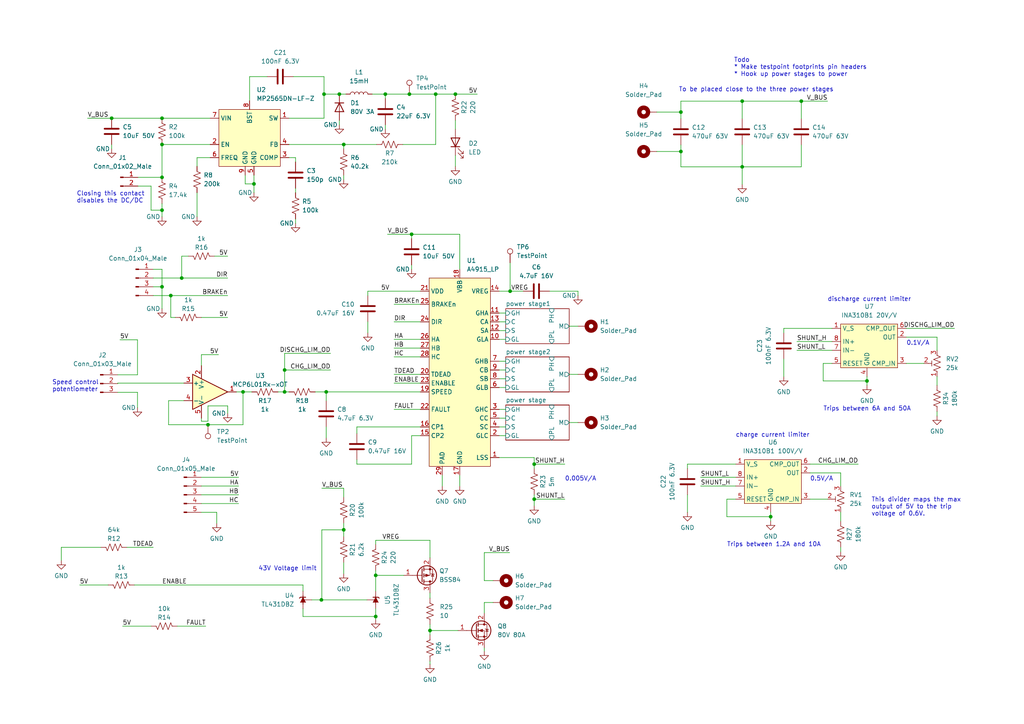
<source format=kicad_sch>
(kicad_sch (version 20211123) (generator eeschema)
  (paper "A4")
  (junction (at 108.966 166.878))
  (junction (at 223.52 149.86))
  (junction (at 99.695 153.67))
  (junction (at 49.53 85.725))
  (junction (at 132.08 27.305))
  (junction (at 232.41 29.337))
  (junction (at 215.265 48.387))
  (junction (at 197.485 32.512))
  (junction (at 111.76 27.305))
  (junction (at 46.99 83.185))
  (junction (at 82.55 107.315))
  (junction (at 93.218 173.99))
  (junction (at 70.485 113.665))
  (junction (at 46.99 34.29))
  (junction (at 98.425 27.305))
  (junction (at 119.38 67.945))
  (junction (at 52.705 80.645))
  (junction (at 215.265 29.337))
  (junction (at 94.615 113.665))
  (junction (at 197.485 43.942))
  (junction (at 251.46 110.49))
  (junction (at 93.98 27.305))
  (junction (at 46.99 51.435))
  (junction (at 124.714 182.88))
  (junction (at 126.365 27.305))
  (junction (at 147.955 84.455))
  (junction (at 46.99 60.96))
  (junction (at 32.385 34.29))
  (junction (at 118.745 27.305))
  (junction (at 108.966 178.816))
  (junction (at 82.55 113.665))
  (junction (at 60.325 123.19))
  (junction (at 99.695 41.91))
  (junction (at 154.94 134.62))
  (junction (at 154.94 144.78))
  (junction (at 73.66 53.34))
  (junction (at 46.99 41.91))
  (wire (pts (xy 114.3 88.265) (xy 121.92 88.265)))
  (wire (pts (xy 234.95 144.78) (xy 240.03 144.78)))
  (wire (pts (xy 116.84 41.91) (xy 126.365 41.91)))
  (wire (pts (xy 34.163 111.125) (xy 34.163 111.252)))
  (wire (pts (xy 144.78 109.855) (xy 146.685 109.855)))
  (wire (pts (xy 154.94 134.62) (xy 163.83 134.62)))
  (wire (pts (xy 51.435 181.61) (xy 59.69 181.61)))
  (wire (pts (xy 52.705 80.645) (xy 66.04 80.645)))
  (wire (pts (xy 72.39 29.21) (xy 72.39 22.225)))
  (wire (pts (xy 203.2 138.43) (xy 213.36 138.43)))
  (wire (pts (xy 93.345 153.67) (xy 93.345 173.99)))
  (wire (pts (xy 234.95 134.62) (xy 248.92 134.62)))
  (wire (pts (xy 46.99 78.105) (xy 46.99 83.185)))
  (wire (pts (xy 54.61 74.295) (xy 52.705 74.295)))
  (wire (pts (xy 71.12 50.8) (xy 71.12 53.34)))
  (wire (pts (xy 87.884 176.53) (xy 87.884 178.816)))
  (wire (pts (xy 114.3 118.745) (xy 121.92 118.745)))
  (wire (pts (xy 44.45 85.725) (xy 49.53 85.725)))
  (wire (pts (xy 112.395 67.945) (xy 119.38 67.945)))
  (wire (pts (xy 133.35 137.795) (xy 133.35 140.97)))
  (wire (pts (xy 73.66 53.34) (xy 73.66 55.88)))
  (wire (pts (xy 60.325 117.729) (xy 60.325 122.174)))
  (wire (pts (xy 46.99 83.185) (xy 46.99 89.535)))
  (wire (pts (xy 98.425 27.305) (xy 100.33 27.305)))
  (wire (pts (xy 215.265 48.387) (xy 232.41 48.387)))
  (wire (pts (xy 140.462 160.274) (xy 140.462 168.402)))
  (wire (pts (xy 243.84 140.97) (xy 243.84 137.16)))
  (wire (pts (xy 119.38 134.62) (xy 119.38 126.365)))
  (wire (pts (xy 39.878 108.712) (xy 39.878 98.552)))
  (wire (pts (xy 85.09 22.225) (xy 93.98 22.225)))
  (wire (pts (xy 58.42 102.87) (xy 63.373 102.87)))
  (wire (pts (xy 52.705 74.295) (xy 52.705 80.645)))
  (wire (pts (xy 215.265 42.037) (xy 215.265 48.387)))
  (wire (pts (xy 190.5 32.512) (xy 197.485 32.512)))
  (wire (pts (xy 82.55 102.489) (xy 95.885 102.489)))
  (wire (pts (xy 203.2 140.97) (xy 213.36 140.97)))
  (wire (pts (xy 231.14 101.6) (xy 241.3 101.6)))
  (wire (pts (xy 58.42 146.05) (xy 69.215 146.05)))
  (wire (pts (xy 108.966 165.481) (xy 108.966 166.878)))
  (wire (pts (xy 60.325 122.174) (xy 58.42 122.174)))
  (wire (pts (xy 243.84 148.59) (xy 243.84 151.13)))
  (wire (pts (xy 40.005 53.975) (xy 43.815 53.975)))
  (wire (pts (xy 82.55 107.315) (xy 95.885 107.315)))
  (wire (pts (xy 119.38 67.945) (xy 133.35 67.945)))
  (wire (pts (xy 147.955 76.2) (xy 147.955 84.455)))
  (wire (pts (xy 103.505 133.35) (xy 103.505 134.62)))
  (wire (pts (xy 103.505 134.62) (xy 119.38 134.62)))
  (wire (pts (xy 128.27 137.795) (xy 128.27 140.97)))
  (wire (pts (xy 32.385 41.91) (xy 32.385 43.18)))
  (wire (pts (xy 85.725 63.5) (xy 85.725 64.77)))
  (wire (pts (xy 85.725 54.61) (xy 85.725 55.88)))
  (wire (pts (xy 106.68 84.455) (xy 121.92 84.455)))
  (wire (pts (xy 111.76 27.305) (xy 118.745 27.305)))
  (wire (pts (xy 108.966 178.816) (xy 108.966 179.705)))
  (wire (pts (xy 80.645 113.665) (xy 82.55 113.665)))
  (wire (pts (xy 124.714 182.88) (xy 124.714 184.15)))
  (wire (pts (xy 165.1 108.585) (xy 167.64 108.585)))
  (wire (pts (xy 58.42 138.43) (xy 69.215 138.43)))
  (wire (pts (xy 111.76 36.195) (xy 111.76 37.465)))
  (wire (pts (xy 132.08 34.925) (xy 132.08 37.465)))
  (wire (pts (xy 62.865 148.59) (xy 62.865 151.765)))
  (wire (pts (xy 98.425 34.925) (xy 98.425 36.195)))
  (wire (pts (xy 144.78 118.745) (xy 146.685 118.745)))
  (wire (pts (xy 73.66 50.8) (xy 73.66 53.34)))
  (wire (pts (xy 106.68 85.725) (xy 106.68 84.455)))
  (wire (pts (xy 34.163 113.792) (xy 39.878 113.792)))
  (wire (pts (xy 223.52 149.86) (xy 210.82 149.86)))
  (wire (pts (xy 271.78 119.38) (xy 271.78 120.65)))
  (wire (pts (xy 48.895 116.205) (xy 48.895 123.19)))
  (wire (pts (xy 271.78 109.22) (xy 271.78 111.76)))
  (wire (pts (xy 154.94 144.78) (xy 154.94 146.685)))
  (wire (pts (xy 43.815 60.96) (xy 46.99 60.96)))
  (wire (pts (xy 119.38 69.215) (xy 119.38 67.945)))
  (wire (pts (xy 197.485 34.417) (xy 197.485 32.512)))
  (wire (pts (xy 93.345 173.99) (xy 106.426 173.99)))
  (wire (pts (xy 44.45 78.105) (xy 46.99 78.105)))
  (wire (pts (xy 232.41 29.337) (xy 240.03 29.337)))
  (wire (pts (xy 132.08 45.085) (xy 132.08 48.26)))
  (wire (pts (xy 124.714 181.102) (xy 124.714 182.88)))
  (wire (pts (xy 210.82 144.78) (xy 210.82 149.86)))
  (wire (pts (xy 262.89 105.41) (xy 267.97 105.41)))
  (wire (pts (xy 34.798 98.552) (xy 39.878 98.552)))
  (wire (pts (xy 140.462 187.96) (xy 140.462 188.849)))
  (wire (pts (xy 93.98 27.305) (xy 98.425 27.305)))
  (wire (pts (xy 262.89 97.79) (xy 271.78 97.79)))
  (wire (pts (xy 66.04 119.888) (xy 66.04 117.729)))
  (wire (pts (xy 108.966 166.878) (xy 117.094 166.878)))
  (wire (pts (xy 36.83 158.75) (xy 44.45 158.75)))
  (wire (pts (xy 57.15 55.88) (xy 57.15 62.865)))
  (wire (pts (xy 167.64 84.455) (xy 167.64 85.725)))
  (wire (pts (xy 114.3 108.585) (xy 121.92 108.585)))
  (wire (pts (xy 82.55 107.315) (xy 82.55 113.665)))
  (wire (pts (xy 108.966 156.718) (xy 108.966 157.861)))
  (wire (pts (xy 34.163 108.712) (xy 39.878 108.712)))
  (wire (pts (xy 58.42 140.97) (xy 69.215 140.97)))
  (wire (pts (xy 87.884 171.45) (xy 87.884 169.672)))
  (wire (pts (xy 197.485 48.387) (xy 215.265 48.387)))
  (wire (pts (xy 197.485 42.037) (xy 197.485 43.942)))
  (wire (pts (xy 58.42 92.075) (xy 66.04 92.075)))
  (wire (pts (xy 227.33 95.25) (xy 227.33 96.52)))
  (wire (pts (xy 144.78 112.395) (xy 146.685 112.395)))
  (wire (pts (xy 43.815 53.975) (xy 43.815 60.96)))
  (wire (pts (xy 124.714 191.77) (xy 124.714 192.659)))
  (wire (pts (xy 147.955 84.455) (xy 151.765 84.455)))
  (wire (pts (xy 144.78 123.825) (xy 146.685 123.825)))
  (wire (pts (xy 132.08 27.305) (xy 138.43 27.305)))
  (wire (pts (xy 90.424 173.99) (xy 93.218 173.99)))
  (wire (pts (xy 165.1 94.615) (xy 167.64 94.615)))
  (wire (pts (xy 215.265 29.337) (xy 232.41 29.337)))
  (wire (pts (xy 133.35 67.945) (xy 133.35 78.105)))
  (wire (pts (xy 43.815 181.61) (xy 35.56 181.61)))
  (wire (pts (xy 199.39 143.51) (xy 199.39 148.59)))
  (wire (pts (xy 99.695 151.765) (xy 99.695 153.67)))
  (wire (pts (xy 144.78 98.425) (xy 146.685 98.425)))
  (wire (pts (xy 106.68 93.345) (xy 106.68 96.52)))
  (wire (pts (xy 99.695 41.91) (xy 99.695 43.18)))
  (wire (pts (xy 71.12 53.34) (xy 73.66 53.34)))
  (wire (pts (xy 66.04 117.729) (xy 60.325 117.729)))
  (wire (pts (xy 82.55 113.665) (xy 83.82 113.665)))
  (wire (pts (xy 215.265 48.387) (xy 215.265 53.467)))
  (wire (pts (xy 44.45 80.645) (xy 52.705 80.645)))
  (wire (pts (xy 99.695 163.195) (xy 99.695 166.37)))
  (wire (pts (xy 144.78 95.885) (xy 146.685 95.885)))
  (wire (pts (xy 197.485 43.942) (xy 197.485 48.387)))
  (wire (pts (xy 83.82 45.72) (xy 85.725 45.72)))
  (wire (pts (xy 32.385 34.29) (xy 46.99 34.29)))
  (wire (pts (xy 114.3 100.965) (xy 121.92 100.965)))
  (wire (pts (xy 114.3 93.345) (xy 121.92 93.345)))
  (wire (pts (xy 108.966 166.878) (xy 108.966 171.45)))
  (wire (pts (xy 82.55 102.489) (xy 82.55 107.315)))
  (wire (pts (xy 190.5 43.942) (xy 197.485 43.942)))
  (wire (pts (xy 119.38 126.365) (xy 121.92 126.365)))
  (wire (pts (xy 58.42 121.285) (xy 58.42 122.174)))
  (wire (pts (xy 238.76 105.41) (xy 238.76 110.49)))
  (wire (pts (xy 70.485 123.19) (xy 70.485 113.665)))
  (wire (pts (xy 99.695 41.91) (xy 109.22 41.91)))
  (wire (pts (xy 144.78 104.775) (xy 146.685 104.775)))
  (wire (pts (xy 199.39 134.62) (xy 213.36 134.62)))
  (wire (pts (xy 227.33 104.14) (xy 227.33 109.22)))
  (wire (pts (xy 93.345 153.67) (xy 99.695 153.67)))
  (wire (pts (xy 108.966 176.53) (xy 108.966 178.816)))
  (wire (pts (xy 251.46 109.22) (xy 251.46 110.49)))
  (wire (pts (xy 68.58 113.665) (xy 70.485 113.665)))
  (wire (pts (xy 144.78 90.805) (xy 146.685 90.805)))
  (wire (pts (xy 121.92 123.825) (xy 103.505 123.825)))
  (wire (pts (xy 85.725 45.72) (xy 85.725 46.99)))
  (wire (pts (xy 50.8 92.075) (xy 49.53 92.075)))
  (wire (pts (xy 94.615 113.665) (xy 94.615 116.205)))
  (wire (pts (xy 234.95 137.16) (xy 243.84 137.16)))
  (wire (pts (xy 262.89 95.25) (xy 276.86 95.25)))
  (wire (pts (xy 29.21 158.75) (xy 17.78 158.75)))
  (wire (pts (xy 144.78 84.455) (xy 147.955 84.455)))
  (wire (pts (xy 124.714 171.958) (xy 124.714 173.482)))
  (wire (pts (xy 25.4 34.29) (xy 32.385 34.29)))
  (wire (pts (xy 124.714 156.718) (xy 124.714 161.798)))
  (wire (pts (xy 103.505 123.825) (xy 103.505 125.73)))
  (wire (pts (xy 251.46 110.49) (xy 251.46 111.76)))
  (wire (pts (xy 232.41 48.387) (xy 232.41 42.037)))
  (wire (pts (xy 48.895 123.19) (xy 60.325 123.19)))
  (wire (pts (xy 93.98 22.225) (xy 93.98 27.305)))
  (wire (pts (xy 241.3 105.41) (xy 238.76 105.41)))
  (wire (pts (xy 107.95 27.305) (xy 111.76 27.305)))
  (wire (pts (xy 227.33 95.25) (xy 241.3 95.25)))
  (wire (pts (xy 94.615 123.825) (xy 94.615 127)))
  (wire (pts (xy 111.76 27.305) (xy 111.76 28.575)))
  (wire (pts (xy 114.3 111.125) (xy 121.92 111.125)))
  (wire (pts (xy 114.3 98.425) (xy 121.92 98.425)))
  (wire (pts (xy 154.94 143.51) (xy 154.94 144.78)))
  (wire (pts (xy 140.462 177.8) (xy 140.462 174.752)))
  (wire (pts (xy 154.94 134.62) (xy 154.94 135.89)))
  (wire (pts (xy 143.002 168.402) (xy 140.462 168.402)))
  (wire (pts (xy 154.94 144.78) (xy 163.83 144.78)))
  (wire (pts (xy 231.14 99.06) (xy 241.3 99.06)))
  (wire (pts (xy 159.385 84.455) (xy 167.64 84.455)))
  (wire (pts (xy 46.99 60.96) (xy 46.99 62.865)))
  (wire (pts (xy 57.15 48.26) (xy 57.15 45.72)))
  (wire (pts (xy 140.462 174.752) (xy 143.002 174.752)))
  (wire (pts (xy 83.82 41.91) (xy 99.695 41.91)))
  (wire (pts (xy 46.99 59.055) (xy 46.99 60.96)))
  (wire (pts (xy 49.53 85.725) (xy 66.04 85.725)))
  (wire (pts (xy 72.39 22.225) (xy 77.47 22.225)))
  (wire (pts (xy 38.989 169.672) (xy 87.884 169.672)))
  (wire (pts (xy 197.485 29.337) (xy 215.265 29.337)))
  (wire (pts (xy 99.695 153.67) (xy 99.695 155.575)))
  (wire (pts (xy 108.966 156.718) (xy 124.714 156.718)))
  (wire (pts (xy 215.265 29.337) (xy 215.265 34.417)))
  (wire (pts (xy 197.485 32.512) (xy 197.485 29.337)))
  (wire (pts (xy 17.78 158.75) (xy 17.78 162.56)))
  (wire (pts (xy 31.369 169.672) (xy 23.114 169.672)))
  (wire (pts (xy 57.15 45.72) (xy 60.96 45.72)))
  (wire (pts (xy 144.78 126.365) (xy 146.685 126.365)))
  (wire (pts (xy 58.42 143.51) (xy 69.215 143.51)))
  (wire (pts (xy 49.53 92.075) (xy 49.53 85.725)))
  (wire (pts (xy 165.1 122.555) (xy 167.64 122.555)))
  (wire (pts (xy 223.52 148.59) (xy 223.52 149.86)))
  (wire (pts (xy 144.78 121.285) (xy 146.685 121.285)))
  (wire (pts (xy 126.365 41.91) (xy 126.365 27.305)))
  (wire (pts (xy 46.99 34.29) (xy 60.96 34.29)))
  (wire (pts (xy 124.714 182.88) (xy 132.842 182.88)))
  (wire (pts (xy 213.36 144.78) (xy 210.82 144.78)))
  (wire (pts (xy 144.78 107.315) (xy 146.685 107.315)))
  (wire (pts (xy 144.78 132.715) (xy 154.94 132.715)))
  (wire (pts (xy 62.23 74.295) (xy 66.04 74.295)))
  (wire (pts (xy 99.695 144.145) (xy 99.695 141.605)))
  (wire (pts (xy 154.94 132.715) (xy 154.94 134.62)))
  (wire (pts (xy 91.44 113.665) (xy 94.615 113.665)))
  (wire (pts (xy 119.38 76.835) (xy 119.38 78.105)))
  (wire (pts (xy 99.695 50.8) (xy 99.695 52.07)))
  (wire (pts (xy 83.82 34.29) (xy 93.98 34.29)))
  (wire (pts (xy 121.92 113.665) (xy 94.615 113.665)))
  (wire (pts (xy 223.52 149.86) (xy 223.52 151.13)))
  (wire (pts (xy 243.84 158.75) (xy 243.84 160.02)))
  (wire (pts (xy 58.42 148.59) (xy 62.865 148.59)))
  (wire (pts (xy 93.345 141.605) (xy 99.695 141.605)))
  (wire (pts (xy 60.325 123.19) (xy 70.485 123.19)))
  (wire (pts (xy 271.78 101.6) (xy 271.78 97.79)))
  (wire (pts (xy 70.485 113.665) (xy 73.025 113.665)))
  (wire (pts (xy 118.745 27.305) (xy 126.365 27.305)))
  (wire (pts (xy 144.78 93.345) (xy 146.685 93.345)))
  (wire (pts (xy 39.878 113.792) (xy 39.878 118.237)))
  (wire (pts (xy 114.3 103.505) (xy 121.92 103.505)))
  (wire (pts (xy 58.42 106.045) (xy 58.42 102.87)))
  (wire (pts (xy 40.005 51.435) (xy 46.99 51.435)))
  (wire (pts (xy 46.99 51.435) (xy 46.99 41.91)))
  (wire (pts (xy 232.41 29.337) (xy 232.41 34.417)))
  (wire (pts (xy 44.45 83.185) (xy 46.99 83.185)))
  (wire (pts (xy 53.34 111.125) (xy 34.163 111.125)))
  (wire (pts (xy 93.98 27.305) (xy 93.98 34.29)))
  (wire (pts (xy 87.884 178.816) (xy 108.966 178.816)))
  (wire (pts (xy 46.99 41.91) (xy 60.96 41.91)))
  (wire (pts (xy 199.39 134.62) (xy 199.39 135.89)))
  (wire (pts (xy 126.365 27.305) (xy 132.08 27.305)))
  (wire (pts (xy 140.462 160.274) (xy 147.828 160.274)))
  (wire (pts (xy 251.46 110.49) (xy 238.76 110.49)))
  (wire (pts (xy 53.34 116.205) (xy 48.895 116.205)))
  (text "43V Voltage limit" (at 74.93 165.735 0) (effects (font (size 1.27 1.27)) (justify left bottom)))
  (text "Trips between 6A and 50A" (at 238.76 119.38 0) (effects (font (size 1.27 1.27)) (justify left bottom)))
  (text "0.1V/A" (at 262.89 100.33 0) (effects (font (size 1.27 1.27)) (justify left bottom)))
  (text "charge current limiter" (at 213.36 127 0) (effects (font (size 1.27 1.27)) (justify left bottom)))
  (text "0.005V/A" (at 163.83 139.7 0) (effects (font (size 1.27 1.27)) (justify left bottom)))
  (text "0.5V/A" (at 234.95 139.7 0) (effects (font (size 1.27 1.27)) (justify left bottom)))
  (text "To be placed close to the three power stages" (at 196.85 26.797 0) (effects (font (size 1.27 1.27)) (justify left bottom)))
  (text "Speed control\npotentiometer" (at 15.113 113.792 0) (effects (font (size 1.27 1.27)) (justify left bottom)))
  (text "Trips between 1.2A and 10A" (at 210.82 158.75 0) (effects (font (size 1.27 1.27)) (justify left bottom)))
  (text "Closing this contact \ndisables the DC/DC" (at 22.225 59.055 0) (effects (font (size 1.27 1.27)) (justify left bottom)))
  (text "This divider maps the max\noutput of 5V to the trip\nvoltage of 0.6V." (at 252.73 149.86 0) (effects (font (size 1.27 1.27)) (justify left bottom)))
  (text "Todo\n* Make testpoint footprints pin headers\n* Hook up power stages to power" (at 212.852 22.352 0) (effects (font (size 1.27 1.27)) (justify left bottom)))
  (text "discharge current limiter" (at 240.03 87.63 0) (effects (font (size 1.27 1.27)) (justify left bottom)))
  (label "SHUNT_L" (at 203.2 138.43 0))
  (label "DIR" (at 66.04 80.645 180))
  (label "HB" (at 114.3 100.965 0))
  (label "5V" (at 23.114 169.672 0))
  (label "5V" (at 138.43 27.305 180))
  (label "TDEAD" (at 44.45 158.75 180))
  (label "5V" (at 66.04 92.075 180))
  (label "DISCHG_LIM_OD" (at 276.86 95.25 180))
  (label "FAULT" (at 114.3 118.745 0))
  (label "VREG" (at 115.824 156.718 180))
  (label "HB" (at 69.215 143.51 180))
  (label "SHUNT_H" (at 231.14 99.06 0))
  (label "5V" (at 63.373 102.87 180))
  (label "SHUNT_H" (at 163.83 134.62 180))
  (label "SHUNT_L" (at 231.14 101.6 0))
  (label "ENABLE" (at 114.3 111.125 0))
  (label "V_BUS" (at 93.345 141.605 0))
  (label "CHG_LIM_OD" (at 95.885 107.315 180))
  (label "DIR" (at 114.3 93.345 0))
  (label "DISCHG_LIM_OD" (at 95.885 102.489 180))
  (label "BRAKEn" (at 66.04 85.725 180))
  (label "5V" (at 34.798 98.552 0))
  (label "FAULT" (at 59.69 181.61 180))
  (label "BRAKEn" (at 114.3 88.265 0))
  (label "SHUNT_H" (at 203.2 140.97 0))
  (label "V_BUS" (at 240.03 29.337 180))
  (label "HA" (at 114.3 98.425 0))
  (label "5V" (at 35.56 181.61 0))
  (label "SHUNT_L" (at 163.83 144.78 180))
  (label "VREG" (at 148.209 84.455 0))
  (label "HA" (at 69.215 140.97 180))
  (label "V_BUS" (at 112.395 67.945 0))
  (label "HC" (at 69.215 146.05 180))
  (label "V_BUS" (at 147.828 160.274 180))
  (label "ENABLE" (at 54.229 169.672 180))
  (label "5V" (at 110.49 84.455 0))
  (label "5V" (at 66.04 74.295 180))
  (label "5V" (at 69.215 138.43 180))
  (label "V_BUS" (at 25.4 34.29 0))
  (label "CHG_LIM_OD" (at 248.92 134.62 180))
  (label "TDEAD" (at 114.3 108.585 0))
  (label "HC" (at 114.3 103.505 0))
  (symbol (lib_id "power:GND") (at 111.76 37.465 0) (unit 1)
    (property "Reference" "#PWR0106" (effects hide))
    (property "Value" "GND" (at 109.22 37.465 0))
  )
  (symbol (lib_id "Device:C") (at 215.265 38.227 0) (unit 1)
    (property "Reference" "C13" (at 218.44 36.9569 0) (effects (justify left)))
    (property "Value" "470uF 63V" (at 218.44 39.4969 0) (effects (justify left)))
    (property "Footprint" "Capacitor_THT:C_Radial_D12.5mm_H25.0mm_P5.00mm" (effects hide))
    (property "MFR" "KEMET" (effects hide))
    (property "MPN" "ESK477M063AL4EA" (effects hide))
    (property "Vendor1" "Digikey" (effects hide))
    (property "VPN1" "399-6658-1-ND" (effects hide))
  )
  (symbol (lib_id "Mechanical:MountingHole_Pad") (at 145.542 168.402 270) (unit 1)
    (property "Reference" "H6" (at 149.352 167.1319 90) (effects (justify left)))
    (property "Value" "Solder_Pad" (at 149.352 169.6719 90) (effects (justify left)))
    (property "Footprint" "TestPoint:TestPoint_Plated_Hole_D3.0mm" (effects hide))
  )
  (symbol (lib_id "Device:R_US") (at 76.835 113.665 270) (mirror x) (unit 1)
    (property "Reference" "R17" (at 76.835 116.205 90))
    (property "Value" "1k" (at 76.835 118.745 90))
    (property "Footprint" "Resistor_SMD:R_0603_1608Metric" (effects hide))
    (property "MFR" "YAGEO" (effects hide))
    (property "MPN" "RC0603FR-071KL" (effects hide))
    (property "Vendor1" "Digikey" (effects hide))
    (property "VPN1" "311-1.00KHRCT-ND" (effects hide))
  )
  (symbol (lib_id "power:GND") (at 271.78 120.65 0) (unit 1)
    (property "Reference" "#PWR010" (effects hide))
    (property "Value" "GND" (at 271.78 125.095 0))
  )
  (symbol (lib_id "power:GND") (at 98.425 36.195 0) (unit 1)
    (property "Reference" "#PWR0103" (effects hide))
    (property "Value" "GND" (at 95.885 36.195 0))
  )
  (symbol (lib_id "Device:R_US") (at 113.03 41.91 90) (unit 1)
    (property "Reference" "R7" (at 113.03 44.45 90))
    (property "Value" "210k" (at 113.03 46.99 90))
    (property "Footprint" "Resistor_SMD:R_0603_1608Metric" (effects hide))
    (property "MFR" "Yageo" (effects hide))
    (property "MPN" "RC0603FR-07210KL" (effects hide))
    (property "Vendor1" "Digikey" (effects hide))
    (property "VPN1" "311-210KHRCT-ND" (effects hide))
  )
  (symbol (lib_id "Reference_Voltage:TL431DBZ") (at 108.966 173.99 90) (unit 1)
    (property "Reference" "U5" (at 112.395 173.99 0))
    (property "Value" "TL431DBZ" (at 114.935 173.99 0))
    (property "Footprint" "Package_TO_SOT_SMD:SOT-23" (effects hide))
    (property "Datasheet" "http://www.ti.com/lit/ds/symlink/tl431.pdf" (effects hide))
    (property "MFR" "Nexperia" (effects hide))
    (property "MPN" "TL431AQDBZR,215" (effects hide))
    (property "Vendor1" "Digikey" (effects hide))
    (property "VPN1" "1727-4259-1-ND" (effects hide))
  )
  (symbol (lib_id "Device:L") (at 104.14 27.305 90) (unit 1)
    (property "Reference" "L1" (at 104.14 20.955 90))
    (property "Value" "15mH" (at 104.14 23.495 90))
    (property "Footprint" "Inductor_SMD:L_Wuerth_WE-PD-Typ-LS" (effects hide))
    (property "MFR" "Wurth Elektronik" (effects hide))
    (property "MPN" "744771115" (effects hide))
    (property "Vendor1" "Digikey" (effects hide))
    (property "VPN1" "732-4115-1-ND" (effects hide))
  )
  (symbol (lib_id "Connector:Conn_01x05_Male") (at 53.34 143.51 0) (unit 1)
    (property "Reference" "J4" (at 53.975 133.35 0))
    (property "Value" "Conn_01x05_Male" (at 53.975 135.89 0))
    (property "Footprint" "Connector_PinHeader_1.27mm:PinHeader_1x05_P1.27mm_Vertical" (effects hide))
  )
  (symbol (lib_id "power:GND") (at 62.865 151.765 0) (unit 1)
    (property "Reference" "#PWR0122" (effects hide))
    (property "Value" "GND" (at 62.865 156.21 0))
  )
  (symbol (lib_id "Device:R_US") (at 108.966 161.671 0) (mirror y) (unit 1)
    (property "Reference" "R24" (at 111.506 161.671 90))
    (property "Value" "220" (at 114.046 161.671 90))
    (property "Footprint" "Resistor_SMD:R_0603_1608Metric" (effects hide))
    (property "MFR" "YAGEO" (effects hide))
    (property "MPN" "RC0603FR-07220RL" (effects hide))
    (property "Vendor1" "Digikey" (effects hide))
    (property "VPN1" "311-220HRCT-ND" (effects hide))
  )
  (symbol (lib_id "power:GND") (at 124.714 192.659 0) (unit 1)
    (property "Reference" "#PWR03" (effects hide))
    (property "Value" "GND" (at 124.714 197.104 0))
  )
  (symbol (lib_id "INA310X:INA310x") (at 248.92 106.68 0) (unit 1)
    (property "Reference" "U7" (at 252.095 88.9 0))
    (property "Value" "INA310B1 20V/V" (at 252.095 91.44 0))
    (property "Footprint" "Package_SO:VSSOP-8_3.0x3.0mm_P0.65mm" (effects hide))
    (property "Datasheet" "https://www.ti.com/lit/ds/symlink/ina310a.pdf" (effects hide))
    (property "MFR" "TI" (effects hide))
    (property "MPN" "INA310B1IDGKR" (effects hide))
    (property "Vendor1" "Digikey" (effects hide))
    (property "VPN1" "296-INA310B1IDGKRCT-ND" (effects hide))
  )
  (symbol (lib_id "Device:R_US") (at 47.625 181.61 90) (mirror x) (unit 1)
    (property "Reference" "R14" (at 47.625 179.07 90))
    (property "Value" "10k" (at 47.625 176.53 90))
    (property "Footprint" "Resistor_SMD:R_0603_1608Metric" (effects hide))
    (property "MFR" "YAGEO" (effects hide))
    (property "MPN" "RC0603FR-0710KL" (effects hide))
    (property "Vendor1" "Digikey" (effects hide))
    (property "VPN1" "311-10.0KHRCT-ND" (effects hide))
  )
  (symbol (lib_id "Amplifier_Operational:MCP6L01Rx-xOT") (at 60.96 113.665 0) (unit 1)
    (property "Reference" "U3" (at 75.438 108.966 0))
    (property "Value" "MCP6L01Rx-xOT" (at 75.438 111.506 0))
    (property "Footprint" "Package_TO_SOT_SMD:SOT-23-5" (effects hide))
    (property "Datasheet" "http://ww1.microchip.com/downloads/en/devicedoc/22140b.pdf" (effects hide))
    (property "MFR" "Microchip" (effects hide))
    (property "MPN" "MCP6L01T-E/OT" (effects hide))
    (property "Vendor1" "Digikey" (effects hide))
    (property "VPN1" "MCP6L01T-E/OTCT-ND" (effects hide))
  )
  (symbol (lib_id "Device:C") (at 197.485 38.227 0) (unit 1)
    (property "Reference" "C12" (at 200.66 36.9569 0) (effects (justify left)))
    (property "Value" "470uF 63V" (at 200.66 39.4969 0) (effects (justify left)))
    (property "Footprint" "Capacitor_THT:C_Radial_D12.5mm_H25.0mm_P5.00mm" (effects hide))
    (property "MFR" "KEMET" (effects hide))
    (property "MPN" "ESK477M063AL4EA" (effects hide))
    (property "Vendor1" "Digikey" (effects hide))
    (property "VPN1" "399-6658-1-ND" (effects hide))
  )
  (symbol (lib_id "power:GND") (at 73.66 55.88 0) (unit 1)
    (property "Reference" "#PWR0110" (effects hide))
    (property "Value" "GND" (at 71.12 55.88 0))
  )
  (symbol (lib_id "Device:R_US") (at 124.714 177.292 180) (unit 1)
    (property "Reference" "R25" (at 127.508 176.0219 0) (effects (justify right)))
    (property "Value" "10" (at 127.508 178.5619 0) (effects (justify right)))
    (property "Footprint" "Resistor_SMD:R_0805_2012Metric" (effects hide))
    (property "MFR" "YAGEO" (effects hide))
    (property "MPN" "RC0805FR-7W10RL" (effects hide))
    (property "Vendor1" "Digikey" (effects hide))
    (property "MPN1" "13-RC0805FR-7W10RLCT-ND" (effects hide))
  )
  (symbol (lib_id "Device:R_US") (at 35.179 169.672 90) (mirror x) (unit 1)
    (property "Reference" "R13" (at 35.179 167.132 90))
    (property "Value" "1k" (at 35.179 164.592 90))
    (property "Footprint" "Resistor_SMD:R_0603_1608Metric" (effects hide))
    (property "MFR" "YAGEO" (effects hide))
    (property "MPN" "RC0603FR-071KL" (effects hide))
    (property "Vendor1" "Digikey" (effects hide))
    (property "VPN1" "311-1.00KHRCT-ND" (effects hide))
  )
  (symbol (lib_id "Device:C") (at 232.41 38.227 0) (unit 1)
    (property "Reference" "C14" (at 235.585 36.9569 0) (effects (justify left)))
    (property "Value" "470uF 63V" (at 235.585 39.4969 0) (effects (justify left)))
    (property "Footprint" "Capacitor_THT:C_Radial_D12.5mm_H25.0mm_P5.00mm" (effects hide))
    (property "MFR" "KEMET" (effects hide))
    (property "MPN" "ESK477M063AL4EA" (effects hide))
    (property "Vendor1" "Digikey" (effects hide))
    (property "VPN1" "399-6658-1-ND" (effects hide))
  )
  (symbol (lib_id "power:GND") (at 119.38 78.105 0) (unit 1)
    (property "Reference" "#PWR0112" (effects hide))
    (property "Value" "GND" (at 116.84 78.105 0))
  )
  (symbol (lib_id "Device:R_Potentiometer_Trim_US") (at 271.78 105.41 180) (unit 1)
    (property "Reference" "RV2" (at 274.32 104.1399 0) (effects (justify right)))
    (property "Value" "25k" (at 274.32 106.6799 0) (effects (justify right)))
    (property "Footprint" "Potentiometer_THT:Potentiometer_Bourns_3386F_Vertical" (effects hide))
    (property "MFR" "Bourns" (effects hide))
    (property "MPN" "3386F-1-253LF" (effects hide))
    (property "Vendor1" "Digikey" (effects hide))
    (property "VPN1" "3386F-253LF-ND" (effects hide))
  )
  (symbol (lib_id "power:GND") (at 85.725 64.77 0) (unit 1)
    (property "Reference" "#PWR0105" (effects hide))
    (property "Value" "GND" (at 83.185 64.77 0))
  )
  (symbol (lib_id "Connector:Conn_01x04_Male") (at 39.37 80.645 0) (unit 1)
    (property "Reference" "J3" (at 40.005 72.39 0))
    (property "Value" "Conn_01x04_Male" (at 40.005 74.93 0))
    (property "Footprint" "Connector_PinHeader_1.27mm:PinHeader_2x02_P1.27mm_Vertical" (effects hide))
  )
  (symbol (lib_id "Device:C") (at 85.725 50.8 0) (unit 1)
    (property "Reference" "C3" (at 88.9 49.5299 0) (effects (justify left)))
    (property "Value" "150p" (at 88.9 52.0699 0) (effects (justify left)))
    (property "Footprint" "Capacitor_SMD:C_0603_1608Metric" (effects hide))
    (property "MFR" "Wurth" (effects hide))
    (property "MPN" "885012006058" (effects hide))
    (property "Vendor1" "Digikey" (effects hide))
    (property "VPN1" "732-7800-1-ND" (effects hide))
  )
  (symbol (lib_id "Device:R_US") (at 154.94 139.7 180) (unit 1)
    (property "Reference" "R23" (at 157.48 139.7 90))
    (property "Value" "5m" (at 160.02 139.7 90))
    (property "Footprint" "gmr320:GMR320" (effects hide))
    (property "MFR" "Rohm" (effects hide))
    (property "MPN" "GMR320HJAAFD5L00" (effects hide))
    (property "Vendor1" "Digikey" (effects hide))
    (property "VPN1" "511-GMR320HJAAFD5L00CT-ND" (effects hide))
  )
  (symbol (lib_id "Mechanical:MountingHole_Pad") (at 145.542 174.752 270) (unit 1)
    (property "Reference" "H7" (at 149.352 173.4819 90) (effects (justify left)))
    (property "Value" "Solder_Pad" (at 149.352 176.0219 90) (effects (justify left)))
    (property "Footprint" "TestPoint:TestPoint_Plated_Hole_D3.0mm" (effects hide))
  )
  (symbol (lib_id "power:GND") (at 99.695 166.37 0) (unit 1)
    (property "Reference" "#PWR0125" (effects hide))
    (property "Value" "GND" (at 99.695 170.815 0))
  )
  (symbol (lib_id "Device:C") (at 155.575 84.455 90) (unit 1)
    (property "Reference" "C6" (at 155.575 77.47 90))
    (property "Value" "4.7uF 16V" (at 155.575 80.01 90))
    (property "Footprint" "Capacitor_SMD:C_0805_2012Metric" (effects hide))
    (property "MFR" "Kemet" (effects hide))
    (property "MPN" "C0805C475K4RAC7800" (effects hide))
    (property "Vendor1" "Digikey" (effects hide))
    (property "VPN1" "399-C0805C475K4RAC7800DKR-ND" (effects hide))
  )
  (symbol (lib_id "Connector:TestPoint") (at 147.955 76.2 0) (unit 1)
    (property "Reference" "TP6" (at 149.86 71.6279 0) (effects (justify left)))
    (property "Value" "TestPoint" (at 149.86 74.1679 0) (effects (justify left)))
    (property "Footprint" "TestPoint:TestPoint_Loop_D2.50mm_Drill1.0mm" (effects hide))
  )
  (symbol (lib_id "Device:Q_NMOS_GDS") (at 137.922 182.88 0) (unit 1)
    (property "Reference" "Q8" (at 144.272 181.6099 0) (effects (justify left)))
    (property "Value" "80V 80A" (at 144.272 184.1499 0) (effects (justify left)))
    (property "Footprint" "Package_TO_SOT_SMD:TO-252-3_TabPin2" (effects hide))
    (property "MFR" "ST" (effects hide))
    (property "MPN" "STD110N8F6" (effects hide))
    (property "Vendor1" "Digikey" (effects hide))
    (property "MPN1" "497-16032-1-ND" (effects hide))
  )
  (symbol (lib_id "power:GND") (at 215.265 53.467 0) (unit 1)
    (property "Reference" "#PWR0118" (effects hide))
    (property "Value" "GND" (at 215.265 57.912 0))
  )
  (symbol (lib_id "Mechanical:MountingHole_Pad") (at 187.96 43.942 90) (unit 1)
    (property "Reference" "H5" (at 186.69 36.322 90))
    (property "Value" "Solder_Pad" (at 186.69 38.862 90))
    (property "Footprint" "TestPoint:TestPoint_Plated_Hole_D3.0mm" (effects hide))
  )
  (symbol (lib_id "Device:LED") (at 132.08 41.275 90) (unit 1)
    (property "Reference" "D2" (at 135.89 41.5924 90) (effects (justify right)))
    (property "Value" "LED" (at 135.89 44.1324 90) (effects (justify right)))
    (property "Footprint" "LED_SMD:LED_0603_1608Metric" (effects hide))
    (property "MFR" "Lumex" (effects hide))
    (property "MPN" "SML-LXFM0603SUGCTR" (effects hide))
    (property "Vendor1" "Digikey" (effects hide))
    (property "VPN1" "67-2320-1-ND" (effects hide))
  )
  (symbol (lib_id "power:GND") (at 17.78 162.56 0) (unit 1)
    (property "Reference" "#PWR0123" (effects hide))
    (property "Value" "GND" (at 17.78 167.005 0))
  )
  (symbol (lib_id "Device:R_US") (at 87.63 113.665 270) (mirror x) (unit 1)
    (property "Reference" "R18" (at 87.63 116.205 90))
    (property "Value" "1k" (at 87.63 118.745 90))
    (property "Footprint" "Resistor_SMD:R_0603_1608Metric" (effects hide))
    (property "MFR" "YAGEO" (effects hide))
    (property "MPN" "RC0603FR-071KL" (effects hide))
    (property "Vendor1" "Digikey" (effects hide))
    (property "VPN1" "311-1.00KHRCT-ND" (effects hide))
  )
  (symbol (lib_id "Mechanical:MountingHole_Pad") (at 187.96 32.512 90) (unit 1)
    (property "Reference" "H4" (at 186.69 24.892 90))
    (property "Value" "Solder_Pad" (at 186.69 27.432 90))
    (property "Footprint" "TestPoint:TestPoint_Plated_Hole_D3.0mm" (effects hide))
  )
  (symbol (lib_id "Device:C") (at 94.615 120.015 0) (unit 1)
    (property "Reference" "C8" (at 97.79 118.7449 0) (effects (justify left)))
    (property "Value" "4.7uF 6.3V" (at 97.79 121.2849 0) (effects (justify left)))
    (property "Footprint" "Capacitor_SMD:C_0603_1608Metric" (effects hide))
    (property "MFR" "Samsung" (effects hide))
    (property "MPN" "CL10A475KQ8NNNC" (effects hide))
    (property "Vendor1" "Digikey" (effects hide))
    (property "VPN1" "1276-1045-1-ND" (effects hide))
  )
  (symbol (lib_id "power:GND") (at 140.462 188.849 0) (unit 1)
    (property "Reference" "#PWR04" (effects hide))
    (property "Value" "GND" (at 140.462 193.294 0))
  )
  (symbol (lib_id "Device:R_US") (at 46.99 38.1 0) (unit 1)
    (property "Reference" "R2" (at 48.895 36.8299 0) (effects (justify left)))
    (property "Value" "100k" (at 48.895 39.3699 0) (effects (justify left)))
    (property "Footprint" "Resistor_SMD:R_0603_1608Metric" (effects hide))
    (property "MFR" "Yageo" (effects hide))
    (property "MPN" "RC0603FR-07100KL" (effects hide))
    (property "Vendor1" "Digikey" (effects hide))
    (property "VPN1" "311-100KHRCT-ND" (effects hide))
  )
  (symbol (lib_id "Device:R_US") (at 54.61 92.075 90) (mirror x) (unit 1)
    (property "Reference" "R15" (at 54.61 89.535 90))
    (property "Value" "1k" (at 54.61 86.995 90))
    (property "Footprint" "Resistor_SMD:R_0603_1608Metric" (effects hide))
    (property "MFR" "YAGEO" (effects hide))
    (property "MPN" "RC0603FR-071KL" (effects hide))
    (property "Vendor1" "Digikey" (effects hide))
    (property "VPN1" "311-1.00KHRCT-ND" (effects hide))
  )
  (symbol (lib_id "Device:R_US") (at 99.695 147.955 0) (mirror y) (unit 1)
    (property "Reference" "R20" (at 102.235 147.955 90))
    (property "Value" "100k" (at 104.775 147.955 90))
    (property "Footprint" "Resistor_SMD:R_0603_1608Metric" (effects hide))
    (property "MFR" "YAGEO" (effects hide))
    (property "MPN" "RC0603FR-07100KL" (effects hide))
    (property "Vendor1" "Digikey" (effects hide))
    (property "VPN1" "311-100KHRCT-ND" (effects hide))
  )
  (symbol (lib_id "Device:C") (at 199.39 139.7 0) (unit 1)
    (property "Reference" "C22" (at 192.405 139.7 90))
    (property "Value" "100nF 6.3V" (at 194.945 139.7 90))
    (property "Footprint" "Capacitor_SMD:C_0603_1608Metric" (effects hide))
    (property "MFR" "Kyocera" (effects hide))
    (property "MPN" "KGM15AR70J104KM" (effects hide))
    (property "Vendor1" "Digikey" (effects hide))
    (property "VPN1" "478-KGM15AR70J104KMCT-ND" (effects hide))
  )
  (symbol (lib_id "INA310X:INA310x") (at 220.98 146.05 0) (unit 1)
    (property "Reference" "U6" (at 224.155 128.27 0))
    (property "Value" "INA310B1 100V/V" (at 224.155 130.81 0))
    (property "Footprint" "Package_SO:VSSOP-8_3.0x3.0mm_P0.65mm" (effects hide))
    (property "Datasheet" "https://www.ti.com/lit/ds/symlink/ina310a.pdf" (effects hide))
    (property "MFR" "TI" (effects hide))
    (property "MPN" "INA310B3IDGKR" (effects hide))
    (property "Vendor1" "Digikey" (effects hide))
    (property "VPN1" "296-INA310B3IDGKRCT-ND" (effects hide))
  )
  (symbol (lib_id "power:GND") (at 57.15 62.865 0) (unit 1)
    (property "Reference" "#PWR0108" (effects hide))
    (property "Value" "GND" (at 54.61 62.865 0))
  )
  (symbol (lib_id "Device:D") (at 98.425 31.115 270) (unit 1)
    (property "Reference" "D1" (at 101.6 29.8449 90) (effects (justify left)))
    (property "Value" "80V 3A" (at 101.6 32.3849 90) (effects (justify left)))
    (property "Footprint" "Diode_SMD:D_SMC" (effects hide))
    (property "MFR" "Diodes Inc." (effects hide))
    (property "MPN" "B380-13-F" (effects hide))
    (property "Vendor1" "Digikey" (effects hide))
    (property "VPN1" "B380-FDICT-ND" (effects hide))
  )
  (symbol (lib_id "Device:R_US") (at 33.02 158.75 90) (mirror x) (unit 1)
    (property "Reference" "R12" (at 33.02 156.21 90))
    (property "Value" "64k" (at 33.02 153.67 90))
    (property "Footprint" "Resistor_SMD:R_0603_1608Metric" (effects hide))
    (property "MFR" "YAGEO" (effects hide))
    (property "MPN" "RC0603FR-074K64L" (effects hide))
    (property "Vendor1" "Digikey" (effects hide))
    (property "VPN1" "311-4.64KHRCT-ND" (effects hide))
  )
  (symbol (lib_id "Device:R_US") (at 243.84 154.94 180) (unit 1)
    (property "Reference" "R27" (at 246.38 154.94 90))
    (property "Value" "180k" (at 248.92 154.94 90))
    (property "Footprint" "Resistor_SMD:R_0603_1608Metric" (effects hide))
    (property "MFR" "YAGEO" (effects hide))
    (property "MPN" "RC0603FR-07180KL" (effects hide))
    (property "Vendor1" "Digikey" (effects hide))
    (property "VPN1" "311-180KHRCT-ND" (effects hide))
  )
  (symbol (lib_id "Device:R_US") (at 132.08 31.115 0) (mirror y) (unit 1)
    (property "Reference" "R22" (at 134.62 31.115 90))
    (property "Value" "220" (at 137.16 31.115 90))
    (property "Footprint" "Resistor_SMD:R_0603_1608Metric" (effects hide))
    (property "MFR" "YAGEO" (effects hide))
    (property "MPN" "RC0603JR-13220RL" (effects hide))
    (property "Vendor1" "Digikey" (effects hide))
    (property "VPN1" "13-RC0603JR-13220RLCT-ND" (effects hide))
  )
  (symbol (lib_id "power:GND") (at 46.99 89.535 0) (unit 1)
    (property "Reference" "#PWR0124" (effects hide))
    (property "Value" "GND" (at 44.45 89.535 0))
  )
  (symbol (lib_id "MP2565DN:MP2565DN-LF-Z") (at 72.39 43.18 0) (unit 1)
    (property "Reference" "U2" (at 74.4094 26.035 0) (effects (justify left)))
    (property "Value" "MP2565DN-LF-Z" (at 74.4094 28.575 0) (effects (justify left)))
    (property "Footprint" "Package_SO:SOIC-8-1EP_3.9x4.9mm_P1.27mm_EP2.41x3.3mm_ThermalVias" (effects hide))
    (property "Datasheet" "https://www.monolithicpower.com/en/documentview/productdocument/index/version/2/document_type/Datasheet/lang/en/sku/MP2565/document_id/280" (effects hide))
    (property "MFR" "MPS" (effects hide))
    (property "MPN" "MP2565DN-LF-Z" (effects hide))
    (property "Vendor1" "Digikey" (effects hide))
    (property "VPN1" "1589-1603-1-ND" (effects hide))
  )
  (symbol (lib_id "power:GND") (at 106.68 96.52 0) (unit 1)
    (property "Reference" "#PWR0121" (effects hide))
    (property "Value" "GND" (at 106.68 100.965 0))
  )
  (symbol (lib_id "Device:R_US") (at 99.695 46.99 0) (unit 1)
    (property "Reference" "R6" (at 101.6 45.7199 0) (effects (justify left)))
    (property "Value" "40.2k" (at 101.6 48.2599 0) (effects (justify left)))
    (property "Footprint" "Resistor_SMD:R_0603_1608Metric" (effects hide))
    (property "MFR" "Yageo" (effects hide))
    (property "MPN" "RC0603FR-0740K2L" (effects hide))
    (property "Vendor1" "Digikey" (effects hide))
    (property "VPN1" "311-40.2KHRCT-ND" (effects hide))
  )
  (symbol (lib_id "Device:R_US") (at 58.42 74.295 90) (mirror x) (unit 1)
    (property "Reference" "R16" (at 58.42 71.755 90))
    (property "Value" "1k" (at 58.42 69.215 90))
    (property "Footprint" "Resistor_SMD:R_0603_1608Metric" (effects hide))
    (property "MFR" "YAGEO" (effects hide))
    (property "MPN" "RC0603FR-071KL" (effects hide))
    (property "Vendor1" "Digikey" (effects hide))
    (property "VPN1" "311-1.00KHRCT-ND" (effects hide))
  )
  (symbol (lib_id "Transistor_FET:BSS84") (at 122.174 166.878 0) (mirror x) (unit 1)
    (property "Reference" "Q7" (at 127.381 165.6079 0) (effects (justify left)))
    (property "Value" "BSS84" (at 127.381 168.1479 0) (effects (justify left)))
    (property "Footprint" "Package_TO_SOT_SMD:SOT-23" (effects hide))
    (property "Datasheet" "http://assets.nexperia.com/documents/data-sheet/BSS84.pdf" (effects hide))
    (property "MFR" "onsemi" (effects hide))
    (property "MPN" "BSS84" (effects hide))
    (property "Vendor1" "Digikey" (effects hide))
    (property "VPN1" "BSS84CT-ND" (effects hide))
  )
  (symbol (lib_id "Device:C") (at 106.68 89.535 0) (mirror x) (unit 1)
    (property "Reference" "C10" (at 102.87 88.2649 0) (effects (justify right)))
    (property "Value" "0.47uF 16V" (at 102.87 90.8049 0) (effects (justify right)))
    (property "Footprint" "Capacitor_SMD:C_0603_1608Metric" (effects hide))
    (property "MFR" "Kemet" (effects hide))
    (property "MPN" "C0603C105K4RAC7867" (effects hide))
    (property "Vendor1" "Digikey" (effects hide))
    (property "VPN1" "399-C0603C105K4RAC7867DKR-ND" (effects hide))
  )
  (symbol (lib_id "Mechanical:MountingHole_Pad") (at 170.18 94.615 270) (unit 1)
    (property "Reference" "H1" (at 173.99 93.3449 90) (effects (justify left)))
    (property "Value" "Solder_Pad" (at 173.99 95.8849 90) (effects (justify left)))
    (property "Footprint" "TestPoint:TestPoint_Plated_Hole_D3.0mm" (effects hide))
  )
  (symbol (lib_id "Device:C") (at 81.28 22.225 270) (unit 1)
    (property "Reference" "C21" (at 81.28 15.24 90))
    (property "Value" "100nF 6.3V" (at 81.28 17.78 90))
    (property "Footprint" "Capacitor_SMD:C_0603_1608Metric" (effects hide))
    (property "MFR" "Kyocera" (effects hide))
    (property "MPN" "KGM15AR70J104KM" (effects hide))
    (property "Vendor1" "Digikey" (effects hide))
    (property "VPN1" "478-KGM15AR70J104KMCT-ND" (effects hide))
  )
  (symbol (lib_id "power:GND") (at 199.39 148.59 0) (unit 1)
    (property "Reference" "#PWR05" (effects hide))
    (property "Value" "GND" (at 199.39 153.035 0))
  )
  (symbol (lib_id "Mechanical:MountingHole_Pad") (at 170.18 108.585 270) (unit 1)
    (property "Reference" "H2" (at 173.99 107.3149 90) (effects (justify left)))
    (property "Value" "Solder_Pad" (at 173.99 109.8549 90) (effects (justify left)))
    (property "Footprint" "TestPoint:TestPoint_Plated_Hole_D3.0mm" (effects hide))
  )
  (symbol (lib_id "power:GND") (at 167.64 85.725 0) (unit 1)
    (property "Reference" "#PWR0111" (effects hide))
    (property "Value" "GND" (at 165.1 85.725 0))
  )
  (symbol (lib_id "Mechanical:MountingHole_Pad") (at 170.18 122.555 270) (unit 1)
    (property "Reference" "H3" (at 173.99 121.2849 90) (effects (justify left)))
    (property "Value" "Solder_Pad" (at 173.99 123.8249 90) (effects (justify left)))
    (property "Footprint" "TestPoint:TestPoint_Plated_Hole_D3.0mm" (effects hide))
  )
  (symbol (lib_id "power:GND") (at 32.385 43.18 0) (unit 1)
    (property "Reference" "#PWR0107" (effects hide))
    (property "Value" "GND" (at 29.845 43.18 0))
  )
  (symbol (lib_id "Device:C") (at 227.33 100.33 0) (unit 1)
    (property "Reference" "C23" (at 220.345 100.33 90))
    (property "Value" "100nF 6.3V" (at 222.885 100.33 90))
    (property "Footprint" "Capacitor_SMD:C_0603_1608Metric" (effects hide))
    (property "MFR" "Kyocera" (effects hide))
    (property "MPN" "KGM15AR70J104KM" (effects hide))
    (property "Vendor1" "Digikey" (effects hide))
    (property "VPN1" "478-KGM15AR70J104KMCT-ND" (effects hide))
  )
  (symbol (lib_id "Device:R_US") (at 46.99 55.245 0) (unit 1)
    (property "Reference" "R4" (at 48.895 53.9749 0) (effects (justify left)))
    (property "Value" "17.4k" (at 48.895 56.5149 0) (effects (justify left)))
    (property "Footprint" "Resistor_SMD:R_0603_1608Metric" (effects hide))
    (property "MFR" "Yageo" (effects hide))
    (property "MPN" "RC0603FR-0717K4L" (effects hide))
    (property "Vendor1" "Digikey" (effects hide))
    (property "VPN1" "311-17.4KHRCT-ND" (effects hide))
  )
  (symbol (lib_id "Device:C") (at 32.385 38.1 0) (unit 1)
    (property "Reference" "C5" (at 35.56 36.8299 0) (effects (justify left)))
    (property "Value" "10uF 50V" (at 35.56 39.3699 0) (effects (justify left)))
    (property "Footprint" "Capacitor_SMD:C_0805_2012Metric" (effects hide))
    (property "MFR" "Murata" (effects hide))
    (property "MPN" "GRM21BR61H106KE43L" (effects hide))
    (property "Vendor1" "Digikey" (effects hide))
    (property "VPN1" "490-18663-1-ND" (effects hide))
  )
  (symbol (lib_id "Device:C") (at 111.76 32.385 0) (unit 1)
    (property "Reference" "C4" (at 114.935 31.1149 0) (effects (justify left)))
    (property "Value" "22uF 6.3V" (at 114.935 33.6549 0) (effects (justify left)))
    (property "Footprint" "Capacitor_SMD:C_0603_1608Metric" (effects hide))
    (property "MFR" "Murata" (effects hide))
    (property "MPN" "GRM188R60J226MEA0D" (effects hide))
    (property "Vendor1" "Digikey" (effects hide))
    (property "VPN1" "490-7611-1-ND" (effects hide))
  )
  (symbol (lib_id "power:GND") (at 39.878 118.237 0) (unit 1)
    (property "Reference" "#PWR0120" (effects hide))
    (property "Value" "GND" (at 37.338 118.237 0))
  )
  (symbol (lib_id "Device:R_US") (at 85.725 59.69 0) (unit 1)
    (property "Reference" "R5" (at 87.63 58.4199 0) (effects (justify left)))
    (property "Value" "100k" (at 87.63 60.9599 0) (effects (justify left)))
    (property "Footprint" "Resistor_SMD:R_0603_1608Metric" (effects hide))
    (property "MFR" "Yageo" (effects hide))
    (property "MPN" "RC0603FR-07100KL" (effects hide))
    (property "Vendor1" "Digikey" (effects hide))
    (property "VPN1" "311-100KHRCT-ND" (effects hide))
  )
  (symbol (lib_id "Device:C") (at 119.38 73.025 0) (unit 1)
    (property "Reference" "C11" (at 122.555 71.7549 0) (effects (justify left)))
    (property "Value" "10uF 50V" (at 122.555 74.2949 0) (effects (justify left)))
    (property "Footprint" "Capacitor_SMD:C_0805_2012Metric" (effects hide))
    (property "MFR" "Murata" (effects hide))
    (property "MPN" "GRM21BR61H106KE43L" (effects hide))
    (property "Vendor1" "Digikey" (effects hide))
    (property "VPN1" "490-18663-1-ND" (effects hide))
  )
  (symbol (lib_id "allegro_driver:A4915_LP") (at 133.35 114.935 0) (unit 1)
    (property "Reference" "U1" (at 135.3694 75.565 0) (effects (justify left)))
    (property "Value" "A4915_LP" (at 135.3694 78.105 0) (effects (justify left)))
    (property "Footprint" "Package_SO:HTSSOP-28-1EP_4.4x9.7mm_P0.65mm_EP2.85x5.4mm_ThermalVias" (effects hide))
    (property "Datasheet" "https://www.allegromicro.com/-/media/files/datasheets/a4915-datasheet.pdf" (effects hide))
    (property "MFR" "Allegro" (effects hide))
    (property "MPN" "A4915MLPTR-T" (effects hide))
    (property "Vendor" "Digikey" (effects hide))
    (property "VPN1" "620-1489-1-ND" (effects hide))
  )
  (symbol (lib_id "Device:R_US") (at 99.695 159.385 0) (mirror y) (unit 1)
    (property "Reference" "R21" (at 102.235 159.385 90))
    (property "Value" "6.2k" (at 104.775 159.385 90))
    (property "Footprint" "Resistor_SMD:R_0603_1608Metric" (effects hide))
    (property "MFR" "YAGEO" (effects hide))
    (property "MPN" "RC0603FR-076K2L" (effects hide))
    (property "Vendor1" "Digikey" (effects hide))
    (property "VPN1" "311-6.20KHRCT-ND" (effects hide))
  )
  (symbol (lib_id "Device:C") (at 103.505 129.54 180) (unit 1)
    (property "Reference" "C9" (at 106.68 128.2699 0) (effects (justify right)))
    (property "Value" "0.47uF 16V" (at 106.68 130.8099 0) (effects (justify right)))
    (property "Footprint" "Capacitor_SMD:C_0603_1608Metric" (effects hide))
    (property "MFR" "Kemet" (effects hide))
    (property "MPN" "C0603C105K4RAC7867" (effects hide))
    (property "Vendor1" "Digikey" (effects hide))
    (property "VPN1" "399-C0603C105K4RAC7867DKR-ND" (effects hide))
  )
  (symbol (lib_id "power:GND") (at 243.84 160.02 0) (unit 1)
    (property "Reference" "#PWR08" (effects hide))
    (property "Value" "GND" (at 243.84 164.465 0))
  )
  (symbol (lib_id "power:GND") (at 132.08 48.26 0) (unit 1)
    (property "Reference" "#PWR0116" (effects hide))
    (property "Value" "GND" (at 132.08 52.705 0))
  )
  (symbol (lib_id "Device:R_US") (at 57.15 52.07 0) (unit 1)
    (property "Reference" "R8" (at 59.055 50.7999 0) (effects (justify left)))
    (property "Value" "200k" (at 59.055 53.3399 0) (effects (justify left)))
    (property "Footprint" "Resistor_SMD:R_0603_1608Metric" (effects hide))
    (property "MFR" "Yageo" (effects hide))
    (property "MPN" "RC0603FR-07200KL" (effects hide))
    (property "Vendor1" "Digikey" (effects hide))
    (property "VPN1" "311-200KHRCT-ND" (effects hide))
  )
  (symbol (lib_id "power:GND") (at 99.695 52.07 0) (unit 1)
    (property "Reference" "#PWR0104" (effects hide))
    (property "Value" "GND" (at 97.155 52.07 0))
  )
  (symbol (lib_id "Connector:Conn_01x02_Male") (at 34.925 51.435 0) (unit 1)
    (property "Reference" "J1" (at 35.56 45.72 0))
    (property "Value" "Conn_01x02_Male" (at 35.56 48.26 0))
    (property "Footprint" "Connector_PinHeader_1.27mm:PinHeader_1x02_P1.27mm_Vertical" (effects hide))
  )
  (symbol (lib_id "power:GND") (at 133.35 140.97 0) (unit 1)
    (property "Reference" "#PWR0101" (effects hide))
    (property "Value" "GND" (at 133.35 145.415 0))
  )
  (symbol (lib_id "power:GND") (at 223.52 151.13 0) (unit 1)
    (property "Reference" "#PWR06" (effects hide))
    (property "Value" "GND" (at 223.52 155.575 0))
  )
  (symbol (lib_id "Device:R_US") (at 124.714 187.96 0) (mirror y) (unit 1)
    (property "Reference" "R26" (at 127.254 187.96 90))
    (property "Value" "1k" (at 129.794 187.96 90))
    (property "Footprint" "Resistor_SMD:R_0603_1608Metric" (effects hide))
    (property "MFR" "YAGEO" (effects hide))
    (property "MPN" "RC0603FR-071KL" (effects hide))
    (property "Vendor1" "Digikey" (effects hide))
    (property "VPN1" "311-1.00KHRCT-ND" (effects hide))
  )
  (symbol (lib_id "Connector:TestPoint") (at 60.325 123.19 180) (unit 1)
    (property "Reference" "TP2" (at 62.865 125.2219 0) (effects (justify right)))
    (property "Value" "TestPoint" (at 62.865 127.7619 0) (effects (justify right)))
    (property "Footprint" "TestPoint:TestPoint_Loop_D2.50mm_Drill1.0mm" (effects hide))
  )
  (symbol (lib_id "power:GND") (at 108.966 179.705 0) (unit 1)
    (property "Reference" "#PWR02" (effects hide))
    (property "Value" "GND" (at 108.966 184.15 0))
  )
  (symbol (lib_id "Connector:TestPoint") (at 118.745 27.305 0) (unit 1)
    (property "Reference" "TP4" (at 120.65 22.7329 0) (effects (justify left)))
    (property "Value" "TestPoint" (at 120.65 25.2729 0) (effects (justify left)))
    (property "Footprint" "TestPoint:TestPoint_Loop_D2.50mm_Drill1.0mm" (effects hide))
  )
  (symbol (lib_id "power:GND") (at 128.27 140.97 0) (unit 1)
    (property "Reference" "#PWR0102" (effects hide))
    (property "Value" "GND" (at 128.27 145.415 0))
  )
  (symbol (lib_id "Reference_Voltage:TL431DBZ") (at 87.884 173.99 270) (mirror x) (unit 1)
    (property "Reference" "U4" (at 85.344 172.7199 90) (effects (justify right)))
    (property "Value" "TL431DBZ" (at 85.344 175.2599 90) (effects (justify right)))
    (property "Footprint" "Package_TO_SOT_SMD:SOT-23" (effects hide))
    (property "Datasheet" "http://www.ti.com/lit/ds/symlink/tl431.pdf" (effects hide))
    (property "MFR" "Nexperia" (effects hide))
    (property "MPN" "TL431AQDBZR,215" (effects hide))
    (property "Vendor1" "Digikey" (effects hide))
    (property "VPN1" "1727-4259-1-ND" (effects hide))
  )
  (symbol (lib_id "power:GND") (at 251.46 111.76 0) (unit 1)
    (property "Reference" "#PWR09" (effects hide))
    (property "Value" "GND" (at 251.46 116.205 0))
  )
  (symbol (lib_id "Connector:Conn_01x03_Male") (at 29.083 111.252 0) (unit 1)
    (property "Reference" "J2" (at 29.718 102.997 0))
    (property "Value" "Conn_01x03_Male" (at 29.718 105.537 0))
    (property "Footprint" "Connector_PinHeader_1.27mm:PinHeader_1x03_P1.27mm_Vertical" (effects hide))
  )
  (symbol (lib_id "Device:R_US") (at 271.78 115.57 180) (unit 1)
    (property "Reference" "R34" (at 274.32 115.57 90))
    (property "Value" "180k" (at 276.86 115.57 90))
    (property "Footprint" "Resistor_SMD:R_0603_1608Metric" (effects hide))
    (property "MFR" "YAGEO" (effects hide))
    (property "MPN" "RC0603FR-07180KL" (effects hide))
    (property "Vendor1" "Digikey" (effects hide))
    (property "VPN1" "311-180KHRCT-ND" (effects hide))
  )
  (symbol (lib_id "power:GND") (at 94.615 127 0) (unit 1)
    (property "Reference" "#PWR0126" (effects hide))
    (property "Value" "GND" (at 94.615 131.445 0))
  )
  (symbol (lib_id "Device:R_Potentiometer_Trim_US") (at 243.84 144.78 180) (unit 1)
    (property "Reference" "RV1" (at 246.38 143.5099 0) (effects (justify right)))
    (property "Value" "25k" (at 246.38 146.0499 0) (effects (justify right)))
    (property "Footprint" "Potentiometer_THT:Potentiometer_Bourns_3386F_Vertical" (effects hide))
    (property "MFR" "Bourns" (effects hide))
    (property "MPN" "3386F-1-253LF" (effects hide))
    (property "Vendor1" "Digikey" (effects hide))
    (property "VPN1" "3386F-253LF-ND" (effects hide))
  )
  (symbol (lib_id "power:GND") (at 66.04 119.888 0) (unit 1)
    (property "Reference" "#PWR01" (effects hide))
    (property "Value" "GND" (at 63.5 119.888 0))
  )
  (symbol (lib_id "power:GND") (at 46.99 62.865 0) (unit 1)
    (property "Reference" "#PWR0109" (effects hide))
    (property "Value" "GND" (at 44.45 62.865 0))
  )
  (symbol (lib_id "power:GND") (at 227.33 109.22 0) (unit 1)
    (property "Reference" "#PWR07" (effects hide))
    (property "Value" "GND" (at 227.33 113.665 0))
  )
  (symbol (lib_id "power:GND") (at 154.94 146.685 0) (unit 1)
    (property "Reference" "#PWR0113" (effects hide))
    (property "Value" "GND" (at 154.94 151.13 0))
  )
  (sheet (at 146.685 117.475) (size 18.415 10.16) (stroke (width 0.1524))
    (property "Sheet name" "power stage" (at 146.685 116.7634 0) (effects (justify left bottom)))
    (property "Sheet file" "power_stage.kicad_sch" (effects hide))
    (pin "PL" output (at 160.02 127.635 270))
    (pin "GL" input (at 146.685 126.365 180))
    (pin "S" input (at 146.685 123.825 180))
    (pin "PH" input (at 160.02 117.475 90))
    (pin "M" output (at 165.1 122.555 0))
    (pin "GH" input (at 146.685 118.745 180))
    (pin "C" input (at 146.685 121.285 180))
  )
  (sheet (at 146.685 103.505) (size 18.415 10.16) (stroke (width 0.1524))
    (property "Sheet name" "power stage2" (at 146.685 102.7934 0) (effects (justify left bottom)))
    (property "Sheet file" "power_stage.kicad_sch" (effects hide))
    (pin "PL" output (at 160.02 113.665 270))
    (pin "GL" input (at 146.685 112.395 180))
    (pin "S" input (at 146.685 109.855 180))
    (pin "PH" input (at 160.02 103.505 90))
    (pin "M" output (at 165.1 108.585 0))
    (pin "GH" input (at 146.685 104.775 180))
    (pin "C" input (at 146.685 107.315 180))
  )
  (sheet (at 146.685 89.535) (size 18.415 10.16) (stroke (width 0.1524))
    (property "Sheet name" "power stage1" (at 146.685 88.8234 0) (effects (justify left bottom)))
    (property "Sheet file" "power_stage.kicad_sch" (effects hide))
    (pin "PL" output (at 160.02 99.695 270))
    (pin "GL" input (at 146.685 98.425 180))
    (pin "S" input (at 146.685 95.885 180))
    (pin "PH" input (at 160.02 89.535 90))
    (pin "M" output (at 165.1 94.615 0))
    (pin "GH" input (at 146.685 90.805 180))
    (pin "C" input (at 146.685 93.345 180))
  )
)
</source>
